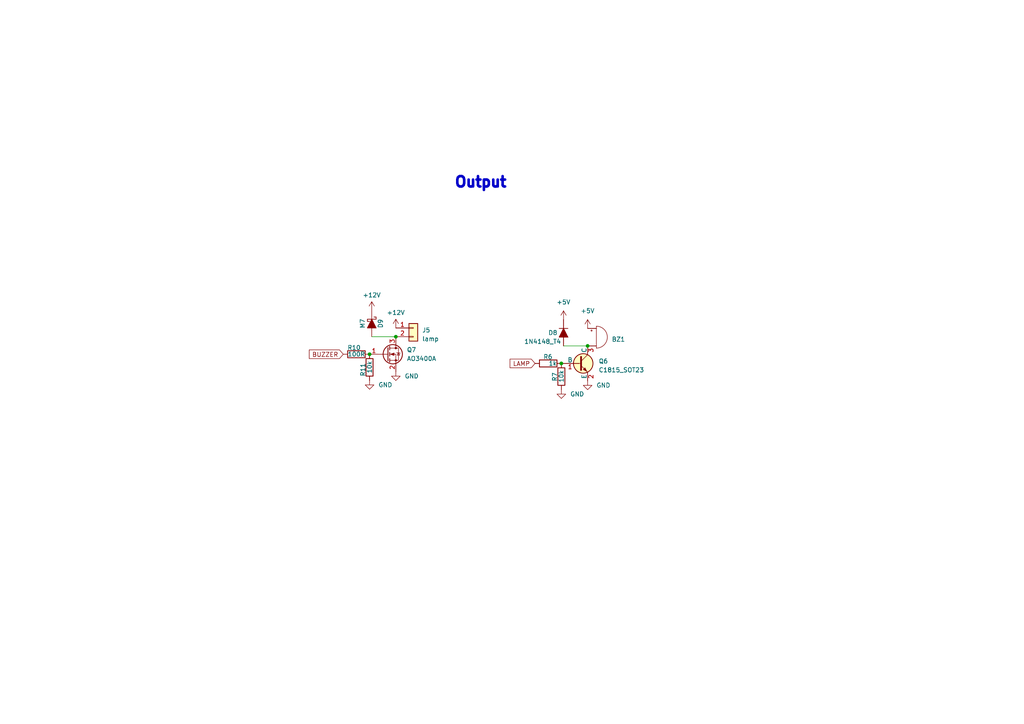
<source format=kicad_sch>
(kicad_sch (version 20230121) (generator eeschema)
  (paper "A4")
  (lib_symbols
    (symbol "Connector_Generic:Conn_01x02" (pin_names (offset 1.016) hide)
      (property "Reference" "J" (at 0 2.54 0))
      (property "Value" "Conn_01x02" (at 0 -5.08 0))
      (symbol "Conn_01x02_1_1"
        (rectangle (start -1.27 -2.413) (end 0 -2.667) (stroke (width 0.1524)))
        (rectangle (start -1.27 0.127) (end 0 -0.127) (stroke (width 0.1524)))
        (rectangle (start -1.27 1.27) (end 1.27 -3.81) (stroke (width 0.254)) (fill (type background)))
        (pin passive line (at -5.08 0 0) (length 3.81) (name "Pin_1") (number "1"))
        (pin passive line (at -5.08 -2.54 0) (length 3.81) (name "Pin_2") (number "2"))
      )
    )
    (symbol "Transistor_FET:AO3400A" (pin_names hide)
      (property "Reference" "Q" (at 5.08 1.905 0))
      (property "Value" "AO3400A" (at 5.08 0 0))
      (symbol "AO3400A_0_1"
        (polyline (pts (xy 0.254 0) (xy -2.54 0)))
        (polyline (pts (xy 0.254 1.905) (xy 0.254 -1.905)) (stroke (width 0.254)))
        (polyline (pts (xy 0.762 -1.27) (xy 0.762 -2.286)) (stroke (width 0.254)))
        (polyline (pts (xy 0.762 0.508) (xy 0.762 -0.508)) (stroke (width 0.254)))
        (polyline (pts (xy 0.762 2.286) (xy 0.762 1.27)) (stroke (width 0.254)))
        (polyline (pts (xy 2.54 2.54) (xy 2.54 1.778)))
        (polyline (pts (xy 2.54 -2.54) (xy 2.54 0) (xy 0.762 0)))
        (polyline (pts (xy 0.762 -1.778) (xy 3.302 -1.778) (xy 3.302 1.778) (xy 0.762 1.778)))
        (polyline (pts (xy 1.016 0) (xy 2.032 0.381) (xy 2.032 -0.381) (xy 1.016 0)) (fill (type outline)))
        (polyline (pts (xy 2.794 0.508) (xy 2.921 0.381) (xy 3.683 0.381) (xy 3.81 0.254)))
        (polyline (pts (xy 3.302 0.381) (xy 2.921 -0.254) (xy 3.683 -0.254) (xy 3.302 0.381)))
        (circle (center 1.651 0) (radius 2.794) (stroke (width 0.254)))
        (circle (center 2.54 -1.778) (radius 0.254) (fill (type outline)))
        (circle (center 2.54 1.778) (radius 0.254) (fill (type outline)))
      )
      (symbol "AO3400A_1_1"
        (pin input line (at -5.08 0 0) (length 2.54) (name "G") (number "1"))
        (pin passive line (at 2.54 -5.08 90) (length 2.54) (name "S") (number "2"))
        (pin passive line (at 2.54 5.08 270) (length 2.54) (name "D") (number "3"))
      )
    )
    (symbol "ph_lib:1N4148_T4" (pin_numbers hide) (pin_names (offset 1.016) hide)
      (property "Reference" "D" (at 0 2.54 0))
      (property "Value" "1N4148_T4" (at 0 -2.54 0))
      (symbol "1N4148_T4_0_1"
        (polyline (pts (xy -1.27 1.27) (xy -1.27 -1.27)) (stroke (width 0.2032)))
        (polyline (pts (xy 1.27 0) (xy -1.27 0)))
        (polyline (pts (xy 1.27 1.27) (xy 1.27 -1.27) (xy -1.27 0) (xy 1.27 1.27)) (stroke (width 0.2032)) (fill (type outline)))
      )
      (symbol "1N4148_T4_1_1"
        (pin passive line (at -3.81 0 0) (length 2.54) (name "K") (number "1"))
        (pin passive line (at 3.81 0 180) (length 2.54) (name "A") (number "2"))
      )
    )
    (symbol "ph_lib:Buzzer-Device" (pin_numbers hide) (pin_names (offset 1.016) hide)
      (property "Reference" "BZ" (at 0 0 0))
      (property "Value" "Buzzer-Device" (at -1.27 -2.54 0))
      (symbol "Buzzer-Device_1_1"
        (polyline (pts (xy 3.429 -5.715) (xy 3.937 -5.715)))
        (polyline (pts (xy 3.683 -5.461) (xy 3.683 -5.969)))
        (polyline (pts (xy 5.08 -4.445) (xy 5.08 -10.795)))
        (arc (start 5.08 -10.795) (mid 8.2412 -7.62) (end 5.08 -4.445))
        (pin passive line (at 2.54 -5.08 0) (length 2.54) (name "-") (number "1"))
        (pin passive line (at 2.54 -10.16 0) (length 2.54) (name "+") (number "2"))
      )
    )
    (symbol "ph_lib:C1815_SOT23" (pin_names (offset 0))
      (property "Reference" "Q" (at 5.08 1.905 0))
      (property "Value" "C1815_SOT23" (at 5.08 0 0))
      (symbol "C1815_SOT23_0_1"
        (polyline (pts (xy 0 0) (xy 0.635 0)))
        (polyline (pts (xy 0.635 0.635) (xy 2.54 2.54)))
        (polyline (pts (xy 0.635 -0.635) (xy 2.54 -2.54) (xy 2.54 -2.54)))
        (polyline (pts (xy 0.635 1.905) (xy 0.635 -1.905) (xy 0.635 -1.905)) (stroke (width 0.508)))
        (polyline (pts (xy 1.27 -1.778) (xy 1.778 -1.27) (xy 2.286 -2.286) (xy 1.27 -1.778) (xy 1.27 -1.778)) (fill (type outline)))
        (circle (center 1.27 0) (radius 2.8194) (stroke (width 0.254)) (fill (type background)))
      )
      (symbol "C1815_SOT23_1_1"
        (pin input line (at -5.08 0 0) (length 5.08) (name "B") (number "1"))
        (pin passive line (at 2.54 -5.08 90) (length 2.54) (name "E") (number "2"))
        (pin passive line (at 2.54 5.08 270) (length 2.54) (name "C") (number "3"))
      )
    )
    (symbol "ph_lib:R0805" (pin_numbers hide) (pin_names (offset 0))
      (property "Reference" "R" (at 2.032 0 90))
      (property "Value" "R0805" (at 0 0 90))
      (symbol "R0805_0_1"
        (rectangle (start -1.016 -2.54) (end 1.016 2.54) (stroke (width 0.254)))
      )
      (symbol "R0805_1_1"
        (pin passive line (at 0 3.81 270) (length 1.27) (name "~") (number "1"))
        (pin passive line (at 0 -3.81 90) (length 1.27) (name "~") (number "2"))
      )
    )
    (symbol "ph_lib:SS3x_SMA" (pin_numbers hide) (pin_names (offset 1.016) hide)
      (property "Reference" "D" (at 0 2.54 0))
      (property "Value" "SS3x_SMA" (at 0 -2.54 0))
      (symbol "SS3x_SMA_0_1"
        (polyline (pts (xy 1.27 0) (xy -1.27 0)))
        (polyline (pts (xy 1.27 1.27) (xy 1.27 -1.27) (xy -1.27 0) (xy 1.27 1.27)) (stroke (width 0.2032)) (fill (type outline)))
        (polyline (pts (xy -1.905 0.635) (xy -1.905 1.27) (xy -1.27 1.27) (xy -1.27 -1.27) (xy -0.635 -1.27) (xy -0.635 -0.635)) (stroke (width 0.2032)))
      )
      (symbol "SS3x_SMA_1_1"
        (pin passive line (at -3.81 0 0) (length 2.54) (name "K") (number "1"))
        (pin passive line (at 3.81 0 180) (length 2.54) (name "A") (number "2"))
      )
    )
    (symbol "power:+12V" (power) (pin_names (offset 0))
      (property "Value" "+12V" (at 0 3.556 0))
      (symbol "+12V_0_1"
        (polyline (pts (xy -0.762 1.27) (xy 0 2.54)))
        (polyline (pts (xy 0 0) (xy 0 2.54)))
        (polyline (pts (xy 0 2.54) (xy 0.762 1.27)))
      )
      (symbol "+12V_1_1"
        (pin power_in line (at 0 0 90) (length 0) hide (name "+12V") (number "1"))
      )
    )
    (symbol "power:+5V" (power) (pin_names (offset 0))
      (property "Value" "+5V" (at 0 3.556 0))
      (symbol "+5V_0_1"
        (polyline (pts (xy -0.762 1.27) (xy 0 2.54)))
        (polyline (pts (xy 0 0) (xy 0 2.54)))
        (polyline (pts (xy 0 2.54) (xy 0.762 1.27)))
      )
      (symbol "+5V_1_1"
        (pin power_in line (at 0 0 90) (length 0) hide (name "+5V") (number "1"))
      )
    )
    (symbol "power:GND" (power) (pin_names (offset 0))
      (property "Value" "GND" (at 0 -3.81 0))
      (symbol "GND_0_1"
        (polyline (pts (xy 0 0) (xy 0 -1.27) (xy 1.27 -1.27) (xy 0 -2.54) (xy -1.27 -1.27) (xy 0 -1.27)))
      )
      (symbol "GND_1_1"
        (pin power_in line (at 0 0 270) (length 0) hide (name "GND") (number "1"))
      )
    )
  )
  (junction (at 162.814 105.41))
  (junction (at 107.188 102.743))
  (junction (at 170.434 100.33))
  (junction (at 114.808 97.663))
  (wire (pts (xy 163.449 100.33) (xy 170.434 100.33)))
  (wire (pts (xy 107.823 97.663) (xy 114.808 97.663)))
  (text "Output" (at 131.572 54.737 0) (effects (font (size 3 3) (thickness 1) bold) (justify left bottom)))
  (global_label "LAMP" (shape input) (at 155.194 105.41 180) (property "Intersheetrefs" "${INTERSHEET_REFS}" (effects hide)))
  (global_label "BUZZER" (shape input) (at 99.568 102.743 180) (property "Intersheetrefs" "${INTERSHEET_REFS}" (effects hide)))
  (symbol (lib_id "ph_lib:1N4148_T4") (at 163.449 96.52 270) (unit 1)
    (property "Reference" "D8" (at 159.004 96.52 90) (effects (justify left)))
    (property "Value" "1N4148_T4" (at 152.019 99.06 90) (effects (justify left)))
    (property "Footprint" "Diode_SMD:D_SOD-123" (effects hide))
    (property "Desc" "1N4007 (Marking T7) SMD, 1kV, 1A" (effects hide))
    (property "Link" "https://thegioiic.com/products/1n4148ws-diode-chinh-luu-0-15a-75v" (effects hide))
    (instances (project "ph_portable_refrigerator_v2_hw" (path "" (reference "D8") (unit 1)) (path "" (reference "D9") (unit 1))))
  )
  (symbol (lib_id "power:+5V") (at 163.449 92.71 0) (unit 1)
    (property "Reference" "#PWR032" (effects hide))
    (property "Value" "+5V" (at 163.449 87.63 0))
    (instances (project "ph_portable_refrigerator_v2_hw" (path "" (reference "#PWR032") (unit 1)) (path "" (reference "#PWR051") (unit 1))))
  )
  (symbol (lib_id "ph_lib:Buzzer-Device") (at 167.894 90.17 0) (unit 1)
    (property "Reference" "BZ1" (at 177.419 98.425 0) (effects (justify left)))
    (property "Value" "Buzzer-Device" (effects hide))
    (property "Footprint" "Buzzer_Beeper:Buzzer_12x9.5RM7.6" (effects hide))
    (property "Desc" "5VDC, size 12x9mm" (effects hide))
    (property "Link" "https://thegioiic.com/products/1209-dip-buzzer-12x9mm" (effects hide))
  )
  (symbol (lib_id "power:+12V") (at 114.808 95.123 0) (unit 1)
    (property "Reference" "#PWR086" (effects hide))
    (property "Value" "+12V" (at 114.808 90.678 0))
    (instances (project "ph_portable_refrigerator_v2_hw" (path "" (reference "#PWR086") (unit 1)) (path "" (reference "#PWR033") (unit 1))))
  )
  (symbol (lib_id "power:GND") (at 114.808 107.823 0) (unit 1)
    (property "Reference" "#PWR087" (effects hide))
    (property "Value" "GND" (at 117.348 109.0929 0) (effects (justify left)))
    (instances (project "ph_portable_refrigerator_v2_hw" (path "" (reference "#PWR087") (unit 1)) (path "" (reference "#PWR047") (unit 1))))
  )
  (symbol (lib_id "power:GND") (at 107.188 110.363 0) (unit 1)
    (property "Reference" "#PWR050" (effects hide))
    (property "Value" "GND" (at 109.728 111.6329 0) (effects (justify left)))
    (instances (project "ph_portable_refrigerator_v2_hw" (path "" (reference "#PWR050") (unit 1)) (path "" (reference "#PWR012") (unit 1))))
  )
  (symbol (lib_id "ph_lib:C1815_SOT23") (at 167.894 105.41 0) (unit 1)
    (property "Reference" "Q6" (at 173.609 104.775 0) (effects (justify left)))
    (property "Value" "C1815_SOT23" (at 173.609 107.315 0) (effects (justify left)))
    (property "Footprint" "Package_TO_SOT_SMD:SOT-23" (effects hide))
    (property "Desc" "50V Vce, 0.15A Ic, Low Noise Audio NPN Transistor, TO-92" (effects hide))
    (property "Link" "https://thegioiic.com/products/2sc1815-hf" (effects hide))
    (instances (project "ph_portable_refrigerator_v2_hw" (path "" (reference "Q6") (unit 1)) (path "" (reference "Q7") (unit 1))))
  )
  (symbol (lib_id "power:GND") (at 162.814 113.03 0) (unit 1)
    (property "Reference" "#PWR012" (effects hide))
    (property "Value" "GND" (at 165.354 114.2999 0) (effects (justify left)))
    (instances (project "ph_portable_refrigerator_v2_hw" (path "" (reference "#PWR012") (unit 1)) (path "" (reference "#PWR050") (unit 1))))
  )
  (symbol (lib_id "power:+12V") (at 107.823 90.043 0) (unit 1)
    (property "Reference" "#PWR051" (effects hide))
    (property "Value" "+12V" (at 107.823 85.598 0))
    (instances (project "ph_portable_refrigerator_v2_hw" (path "" (reference "#PWR051") (unit 1)) (path "" (reference "#PWR032") (unit 1))))
  )
  (symbol (lib_id "power:+5V") (at 170.434 95.25 0) (unit 1)
    (property "Reference" "#PWR033" (effects hide))
    (property "Value" "+5V" (at 170.434 90.17 0))
    (instances (project "ph_portable_refrigerator_v2_hw" (path "" (reference "#PWR033") (unit 1)) (path "" (reference "#PWR086") (unit 1))))
  )
  (symbol (lib_id "ph_lib:R0805") (at 162.814 109.22 180) (unit 1)
    (property "Reference" "R7" (at 160.909 107.95 90) (effects (justify left)))
    (property "Value" "10k" (at 162.814 107.315 90) (effects (justify left)))
    (property "Footprint" "Resistor_SMD:R_0805_2012Metric" (effects hide))
    (property "Desc" "Resistor SMD 0805" (effects hide))
    (property "Link" "http://www.dientuachau.com/res-1-0805" (effects hide))
    (instances (project "ph_portable_refrigerator_v2_hw" (path "" (reference "R7") (unit 1)) (path "" (reference "R11") (unit 1))))
  )
  (symbol (lib_id "ph_lib:R0805") (at 103.378 102.743 90) (unit 1)
    (property "Reference" "R10" (at 104.648 100.838 90) (effects (justify left)))
    (property "Value" "100R" (at 105.918 102.743 90) (effects (justify left)))
    (property "Footprint" "01phkicad:R_0805_HandSoldering" (effects hide))
    (property "Desc" "Resistor SMD 0805" (effects hide))
    (property "Link" "http://www.dientuachau.com/res-1-0805" (effects hide))
    (instances (project "ph_portable_refrigerator_v2_hw" (path "" (reference "R10") (unit 1)) (path "" (reference "R6") (unit 1))))
  )
  (symbol (lib_id "power:GND") (at 170.434 110.49 0) (unit 1)
    (property "Reference" "#PWR047" (effects hide))
    (property "Value" "GND" (at 172.974 111.7599 0) (effects (justify left)))
    (instances (project "ph_portable_refrigerator_v2_hw" (path "" (reference "#PWR047") (unit 1)) (path "" (reference "#PWR087") (unit 1))))
  )
  (symbol (lib_id "ph_lib:SS3x_SMA") (at 107.823 93.853 270) (unit 1)
    (property "Reference" "D9" (at 110.363 93.853 0))
    (property "Value" "M7" (at 105.156 93.853 0))
    (property "Footprint" "01phkicad:D_SMA" (effects hide))
    (property "Desc" "SS3x SMA, Size C, DIODE SCHOTTKY 3A, x0V SMA" (effects hide))
    (property "Link" "https://thegioiic.com/products?utf8=%E2%9C%93&search=ss34" (effects hide))
    (instances (project "ph_portable_refrigerator_v2_hw" (path "" (reference "D9") (unit 1)) (path "" (reference "D8") (unit 1))))
  )
  (symbol (lib_id "ph_lib:R0805") (at 159.004 105.41 90) (unit 1)
    (property "Reference" "R6" (at 160.274 103.505 90) (effects (justify left)))
    (property "Value" "1k" (at 161.544 105.41 90) (effects (justify left)))
    (property "Footprint" "Resistor_SMD:R_0805_2012Metric" (effects hide))
    (property "Desc" "Resistor SMD 0805" (effects hide))
    (property "Link" "http://www.dientuachau.com/res-1-0805" (effects hide))
    (instances (project "ph_portable_refrigerator_v2_hw" (path "" (reference "R6") (unit 1)) (path "" (reference "R10") (unit 1))))
  )
  (symbol (lib_id "Connector_Generic:Conn_01x02") (at 119.888 95.123 0) (unit 1)
    (property "Reference" "J5" (at 122.428 95.758 0) (effects (justify left)))
    (property "Value" "lamp" (at 122.428 98.298 0) (effects (justify left)))
    (property "Footprint" "01phkicad:Header-2pin-2.54-white" (effects hide))
  )
  (symbol (lib_id "Transistor_FET:AO3400A") (at 112.268 102.743 0) (unit 1)
    (property "Reference" "Q7" (at 117.983 101.4729 0) (effects (justify left)))
    (property "Value" "AO3400A" (at 117.983 104.0129 0) (effects (justify left)))
    (property "Footprint" "Package_TO_SOT_SMD:SOT-23" (effects hide))
    (property "Datasheet" "http://www.aosmd.com/pdfs/datasheet/AO3400A.pdf" (effects hide))
    (instances (project "ph_portable_refrigerator_v2_hw" (path "" (reference "Q7") (unit 1)) (path "" (reference "Q6") (unit 1))))
  )
  (symbol (lib_id "ph_lib:R0805") (at 107.188 106.553 180) (unit 1)
    (property "Reference" "R11" (at 105.283 105.283 90) (effects (justify left)))
    (property "Value" "10k" (at 107.188 104.648 90) (effects (justify left)))
    (property "Footprint" "01phkicad:R_0805_HandSoldering" (effects hide))
    (property "Desc" "Resistor SMD 0805" (effects hide))
    (property "Link" "http://www.dientuachau.com/res-1-0805" (effects hide))
    (instances (project "ph_portable_refrigerator_v2_hw" (path "" (reference "R11") (unit 1)) (path "" (reference "R7") (unit 1))))
  )
)
</source>
